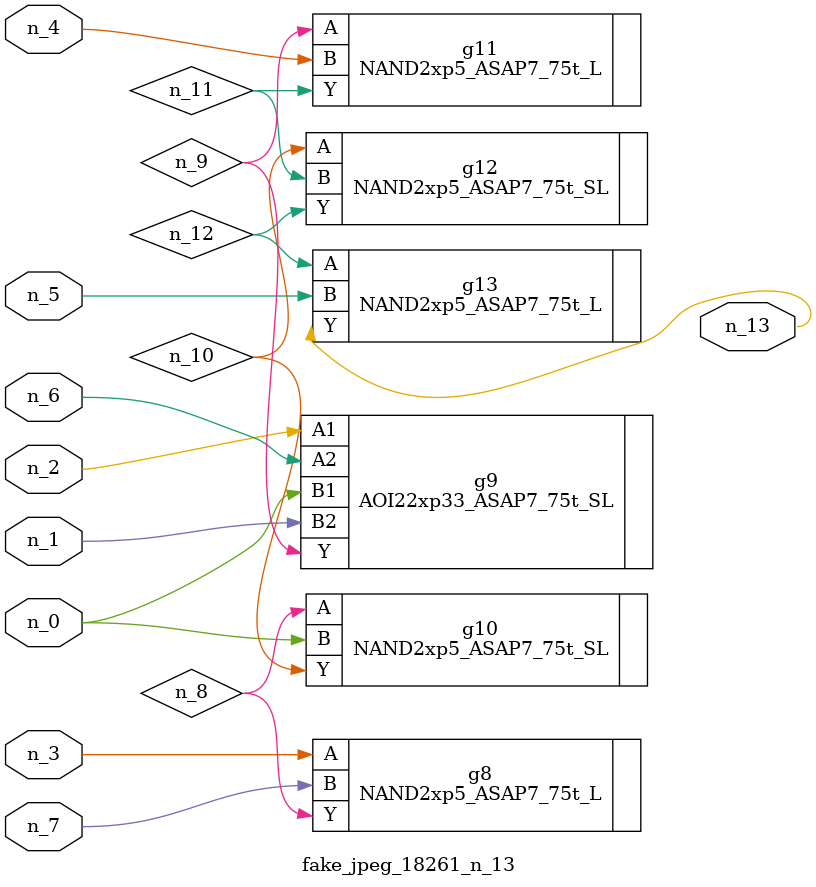
<source format=v>
module fake_jpeg_18261_n_13 (n_3, n_2, n_1, n_0, n_4, n_6, n_5, n_7, n_13);

input n_3;
input n_2;
input n_1;
input n_0;
input n_4;
input n_6;
input n_5;
input n_7;

output n_13;

wire n_11;
wire n_10;
wire n_12;
wire n_8;
wire n_9;

NAND2xp5_ASAP7_75t_L g8 ( 
.A(n_3),
.B(n_7),
.Y(n_8)
);

AOI22xp33_ASAP7_75t_SL g9 ( 
.A1(n_2),
.A2(n_6),
.B1(n_0),
.B2(n_1),
.Y(n_9)
);

NAND2xp5_ASAP7_75t_SL g10 ( 
.A(n_8),
.B(n_0),
.Y(n_10)
);

NAND2xp5_ASAP7_75t_SL g12 ( 
.A(n_10),
.B(n_11),
.Y(n_12)
);

NAND2xp5_ASAP7_75t_L g11 ( 
.A(n_9),
.B(n_4),
.Y(n_11)
);

NAND2xp5_ASAP7_75t_L g13 ( 
.A(n_12),
.B(n_5),
.Y(n_13)
);


endmodule
</source>
